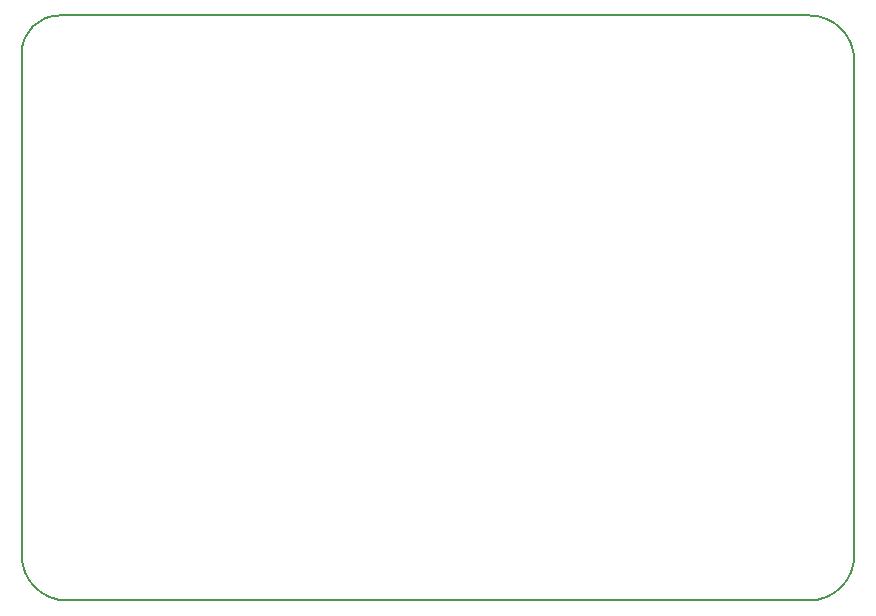
<source format=gbr>
G04 #@! TF.GenerationSoftware,KiCad,Pcbnew,5.0.2+dfsg1-1*
G04 #@! TF.CreationDate,2020-04-26T19:31:52+02:00*
G04 #@! TF.ProjectId,iClone,69436c6f-6e65-42e6-9b69-6361645f7063,rev?*
G04 #@! TF.SameCoordinates,Original*
G04 #@! TF.FileFunction,Profile,NP*
%FSLAX46Y46*%
G04 Gerber Fmt 4.6, Leading zero omitted, Abs format (unit mm)*
G04 Created by KiCad (PCBNEW 5.0.2+dfsg1-1) date dom 26 abr 2020 19:31:52 CEST*
%MOMM*%
%LPD*%
G01*
G04 APERTURE LIST*
%ADD10C,0.150000*%
G04 APERTURE END LIST*
D10*
X176530000Y-70485000D02*
X176530000Y-112395000D01*
X109220000Y-66675000D02*
X172720000Y-66675000D01*
X106045000Y-112395000D02*
X106045000Y-69850000D01*
X172720000Y-116205000D02*
X109855000Y-116205000D01*
X109855000Y-116205000D02*
G75*
G02X106045000Y-112395000I0J3810000D01*
G01*
X176530000Y-112395000D02*
G75*
G02X172720000Y-116205000I-3810000J0D01*
G01*
X172720000Y-66675000D02*
G75*
G02X176530000Y-70485000I0J-3810000D01*
G01*
X106045000Y-69850000D02*
G75*
G02X109220000Y-66675000I3175000J0D01*
G01*
M02*

</source>
